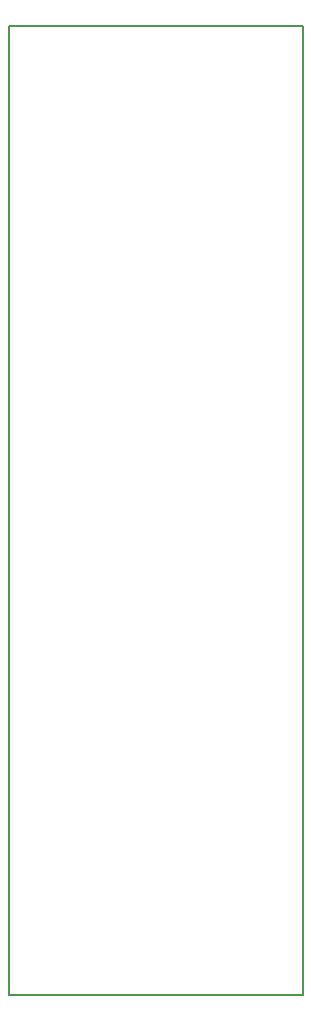
<source format=gbr>
G04 #@! TF.GenerationSoftware,KiCad,Pcbnew,(5.0.0)*
G04 #@! TF.CreationDate,2018-08-10T19:45:38+02:00*
G04 #@! TF.ProjectId,main,6D61696E2E6B696361645F7063620000,rev?*
G04 #@! TF.SameCoordinates,PX7b89fa0PY82ce540*
G04 #@! TF.FileFunction,Profile,NP*
%FSLAX46Y46*%
G04 Gerber Fmt 4.6, Leading zero omitted, Abs format (unit mm)*
G04 Created by KiCad (PCBNEW (5.0.0)) date 08/10/18 19:45:38*
%MOMM*%
%LPD*%
G01*
G04 APERTURE LIST*
%ADD10C,0.200000*%
G04 APERTURE END LIST*
D10*
X0Y82042000D02*
X24892000Y82042000D01*
X0Y0D02*
X0Y82042000D01*
X24892000Y0D02*
X0Y0D01*
X24892000Y82042000D02*
X24892000Y0D01*
M02*

</source>
